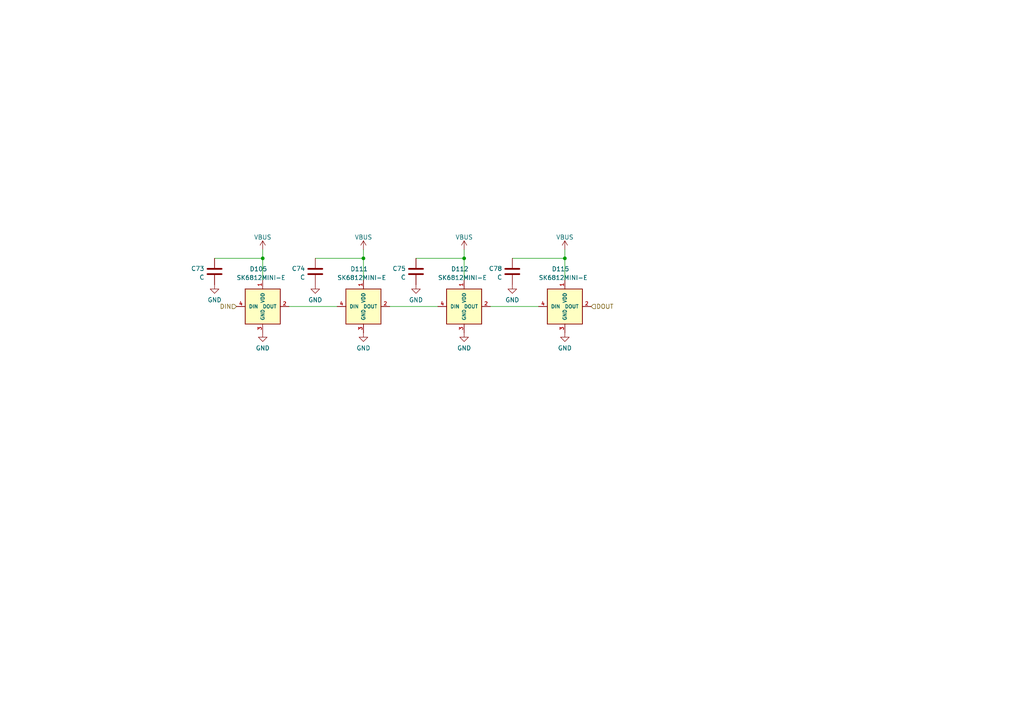
<source format=kicad_sch>
(kicad_sch (version 20230121) (generator eeschema)
  (paper "A4")
  (title_block (title "simplyKeeb-S60") (date "2022-12-18") (rev "2.0") (comment 1 "Designed by Gerrit 'Geaz' Gazic"))
  (lib_symbols
    (symbol "Device:C" (pin_numbers hide) (pin_names (offset 0.254))
      (property "Reference" "C" (at 0.635 2.54 0))
      (property "Value" "C" (at 0.635 -2.54 0))
      (symbol "C_0_1"
        (polyline (pts (xy -2.032 -0.762) (xy 2.032 -0.762)) (stroke (width 0.508)))
        (polyline (pts (xy -2.032 0.762) (xy 2.032 0.762)) (stroke (width 0.508)))
      )
      (symbol "C_1_1"
        (pin passive line (at 0 3.81 270) (length 2.794) (name "~") (number "1"))
        (pin passive line (at 0 -3.81 90) (length 2.794) (name "~") (number "2"))
      )
    )
    (symbol "power:GND" (power) (pin_names (offset 0))
      (property "Value" "GND" (at 0 -3.81 0))
      (symbol "GND_0_1"
        (polyline (pts (xy 0 0) (xy 0 -1.27) (xy 1.27 -1.27) (xy 0 -2.54) (xy -1.27 -1.27) (xy 0 -1.27)))
      )
      (symbol "GND_1_1"
        (pin power_in line (at 0 0 270) (length 0) hide (name "GND") (number "1"))
      )
    )
    (symbol "power:VBUS" (power) (pin_names (offset 0))
      (property "Value" "VBUS" (at 0 3.81 0))
      (symbol "VBUS_0_1"
        (polyline (pts (xy -0.762 1.27) (xy 0 2.54)))
        (polyline (pts (xy 0 0) (xy 0 2.54)))
        (polyline (pts (xy 0 2.54) (xy 0.762 1.27)))
      )
      (symbol "VBUS_1_1"
        (pin power_in line (at 0 0 90) (length 0) hide (name "VBUS") (number "1"))
      )
    )
    (symbol "simplyKeeb:SK6812MINI-E" (pin_names (offset 1.016))
      (property "Reference" "D" (at -3.81 8.89 0))
      (property "Value" "SK6812MINI-E" (at -7.62 6.35 0))
      (symbol "SK6812MINI-E_0_0"
        (rectangle (start -5.08 3.81) (end 5.08 -6.35) (stroke (width 0.254)) (fill (type background)))
        (pin power_in line (at 0 6.35 270) (length 2.54) (name "VDD") (number "1"))
        (pin output line (at 7.62 -1.27 180) (length 2.54) (name "DOUT") (number "2"))
        (pin power_in line (at 0 -8.89 90) (length 2.54) (name "GND") (number "3"))
        (pin input line (at -7.62 -1.27 0) (length 2.54) (name "DIN") (number "4"))
      )
    )
  )
  (junction (at 134.62 74.93))
  (junction (at 163.83 74.93))
  (junction (at 76.2 74.93))
  (junction (at 105.41 74.93))
  (wire (pts (xy 76.2 74.93) (xy 76.2 81.28)))
  (wire (pts (xy 163.83 72.39) (xy 163.83 74.93)))
  (wire (pts (xy 76.2 72.39) (xy 76.2 74.93)))
  (wire (pts (xy 105.41 72.39) (xy 105.41 74.93)))
  (wire (pts (xy 76.2 74.93) (xy 62.23 74.93)))
  (wire (pts (xy 105.41 74.93) (xy 91.44 74.93)))
  (wire (pts (xy 134.62 74.93) (xy 134.62 81.28)))
  (wire (pts (xy 163.83 74.93) (xy 148.59 74.93)))
  (wire (pts (xy 142.24 88.9) (xy 156.21 88.9)))
  (wire (pts (xy 134.62 74.93) (xy 120.65 74.93)))
  (wire (pts (xy 163.83 74.93) (xy 163.83 81.28)))
  (wire (pts (xy 105.41 74.93) (xy 105.41 81.28)))
  (wire (pts (xy 83.82 88.9) (xy 97.79 88.9)))
  (wire (pts (xy 113.03 88.9) (xy 127 88.9)))
  (wire (pts (xy 134.62 72.39) (xy 134.62 74.93)))
  (hierarchical_label "DOUT" (shape input) (at 171.45 88.9 0))
  (hierarchical_label "DIN" (shape input) (at 68.58 88.9 180))
  (symbol (lib_id "power:GND") (at 148.59 82.55 0) (unit 1)
    (property "Reference" "#PWR0208" (effects hide))
    (property "Value" "GND" (at 148.59 86.9934 0))
    (instances (project "simplyKeeb-60K" (path "" (reference "#PWR0208") (unit 1)) (path "" (reference "#PWR0226") (unit 1)) (path "" (reference "#PWR0244") (unit 1)) (path "" (reference "#PWR0262") (unit 1)) (path "" (reference "#PWR0280") (unit 1)) (path "" (reference "#PWR042") (unit 1)) (path "" (reference "#PWR060") (unit 1)) (path "" (reference "#PWR078") (unit 1)) (path "" (reference "#PWR096") (unit 1)) (path "" (reference "#PWR0118") (unit 1)) (path "" (reference "#PWR0131") (unit 1)) (path "" (reference "#PWR0143") (unit 1)) (path "" (reference "#PWR0155") (unit 1)) (path "" (reference "#PWR0167") (unit 1)) (path "" (reference "#PWR0269") (unit 1)) (path "" (reference "#PWR0281") (unit 1)) (path "" (reference "#PWR0293") (unit 1)) (path "" (reference "#PWR0305") (unit 1))))
  )
  (symbol (lib_id "simplyKeeb:SK6812MINI-E") (at 105.41 87.63 0) (unit 1)
    (property "Reference" "D111" (at 101.6 78.74 0) (effects (justify left bottom)))
    (property "Value" "SK6812MINI-E" (at 97.79 81.28 0) (effects (justify left bottom)))
    (property "Footprint" "simplyKeeb:MX_SK6812MINI-E" (effects hide))
    (instances (project "simplyKeeb-60K" (path "" (reference "D111") (unit 1)) (path "" (reference "D122") (unit 1)) (path "" (reference "D128") (unit 1)) (path "" (reference "D134") (unit 1)) (path "" (reference "D140") (unit 1)) (path "" (reference "D2") (unit 1)) (path "" (reference "D13") (unit 1)) (path "" (reference "D24") (unit 1)) (path "" (reference "D35") (unit 1)) (path "" (reference "D51") (unit 1)) (path "" (reference "D92") (unit 1)) (path "" (reference "D96") (unit 1)) (path "" (reference "D100") (unit 1)) (path "" (reference "D104") (unit 1)) (path "" (reference "D138") (unit 1)) (path "" (reference "D142") (unit 1)) (path "" (reference "D146") (unit 1)) (path "" (reference "D150") (unit 1))))
  )
  (symbol (lib_id "power:VBUS") (at 105.41 72.39 0) (unit 1)
    (property "Reference" "#PWR0197" (effects hide))
    (property "Value" "VBUS" (at 105.41 68.8142 0))
    (instances (project "simplyKeeb-60K" (path "" (reference "#PWR0197") (unit 1)) (path "" (reference "#PWR0215") (unit 1)) (path "" (reference "#PWR0233") (unit 1)) (path "" (reference "#PWR0251") (unit 1)) (path "" (reference "#PWR0269") (unit 1)) (path "" (reference "#PWR031") (unit 1)) (path "" (reference "#PWR049") (unit 1)) (path "" (reference "#PWR067") (unit 1)) (path "" (reference "#PWR085") (unit 1)) (path "" (reference "#PWR0107") (unit 1)) (path "" (reference "#PWR0126") (unit 1)) (path "" (reference "#PWR0138") (unit 1)) (path "" (reference "#PWR0150") (unit 1)) (path "" (reference "#PWR0162") (unit 1)) (path "" (reference "#PWR0264") (unit 1)) (path "" (reference "#PWR0276") (unit 1)) (path "" (reference "#PWR0288") (unit 1)) (path "" (reference "#PWR0300") (unit 1))))
  )
  (symbol (lib_id "power:VBUS") (at 134.62 72.39 0) (unit 1)
    (property "Reference" "#PWR0200" (effects hide))
    (property "Value" "VBUS" (at 134.62 68.8142 0))
    (instances (project "simplyKeeb-60K" (path "" (reference "#PWR0200") (unit 1)) (path "" (reference "#PWR0218") (unit 1)) (path "" (reference "#PWR0236") (unit 1)) (path "" (reference "#PWR0254") (unit 1)) (path "" (reference "#PWR0272") (unit 1)) (path "" (reference "#PWR034") (unit 1)) (path "" (reference "#PWR052") (unit 1)) (path "" (reference "#PWR070") (unit 1)) (path "" (reference "#PWR088") (unit 1)) (path "" (reference "#PWR0110") (unit 1)) (path "" (reference "#PWR0129") (unit 1)) (path "" (reference "#PWR0141") (unit 1)) (path "" (reference "#PWR0153") (unit 1)) (path "" (reference "#PWR0165") (unit 1)) (path "" (reference "#PWR0267") (unit 1)) (path "" (reference "#PWR0279") (unit 1)) (path "" (reference "#PWR0291") (unit 1)) (path "" (reference "#PWR0303") (unit 1))))
  )
  (symbol (lib_id "Device:C") (at 120.65 78.74 0) (mirror y) (unit 1)
    (property "Reference" "C75" (at 117.729 77.9053 0) (effects (justify left)))
    (property "Value" "C" (at 117.729 80.4422 0) (effects (justify left)))
    (property "Footprint" "Capacitor_SMD:C_0402_1005Metric" (effects hide))
    (instances (project "simplyKeeb-60K" (path "" (reference "C75") (unit 1)) (path "" (reference "C81") (unit 1)) (path "" (reference "C87") (unit 1)) (path "" (reference "C93") (unit 1)) (path "" (reference "C99") (unit 1)) (path "" (reference "C21") (unit 1)) (path "" (reference "C27") (unit 1)) (path "" (reference "C33") (unit 1)) (path "" (reference "C39") (unit 1)) (path "" (reference "C45") (unit 1)) (path "" (reference "C51") (unit 1)) (path "" (reference "C55") (unit 1)) (path "" (reference "C59") (unit 1)) (path "" (reference "C63") (unit 1)) (path "" (reference "C97") (unit 1)) (path "" (reference "C101") (unit 1)) (path "" (reference "C105") (unit 1)) (path "" (reference "C109") (unit 1))))
  )
  (symbol (lib_id "power:GND") (at 91.44 82.55 0) (unit 1)
    (property "Reference" "#PWR0196" (effects hide))
    (property "Value" "GND" (at 91.44 86.9934 0))
    (instances (project "simplyKeeb-60K" (path "" (reference "#PWR0196") (unit 1)) (path "" (reference "#PWR0214") (unit 1)) (path "" (reference "#PWR0232") (unit 1)) (path "" (reference "#PWR0250") (unit 1)) (path "" (reference "#PWR0268") (unit 1)) (path "" (reference "#PWR030") (unit 1)) (path "" (reference "#PWR048") (unit 1)) (path "" (reference "#PWR066") (unit 1)) (path "" (reference "#PWR084") (unit 1)) (path "" (reference "#PWR0106") (unit 1)) (path "" (reference "#PWR0125") (unit 1)) (path "" (reference "#PWR0137") (unit 1)) (path "" (reference "#PWR0149") (unit 1)) (path "" (reference "#PWR0161") (unit 1)) (path "" (reference "#PWR0263") (unit 1)) (path "" (reference "#PWR0275") (unit 1)) (path "" (reference "#PWR0287") (unit 1)) (path "" (reference "#PWR0299") (unit 1))))
  )
  (symbol (lib_id "simplyKeeb:SK6812MINI-E") (at 134.62 87.63 0) (unit 1)
    (property "Reference" "D112" (at 130.81 78.74 0) (effects (justify left bottom)))
    (property "Value" "SK6812MINI-E" (at 127 81.28 0) (effects (justify left bottom)))
    (property "Footprint" "simplyKeeb:MX_SK6812MINI-E" (effects hide))
    (instances (project "simplyKeeb-60K" (path "" (reference "D112") (unit 1)) (path "" (reference "D123") (unit 1)) (path "" (reference "D129") (unit 1)) (path "" (reference "D135") (unit 1)) (path "" (reference "D141") (unit 1)) (path "" (reference "D3") (unit 1)) (path "" (reference "D14") (unit 1)) (path "" (reference "D25") (unit 1)) (path "" (reference "D41") (unit 1)) (path "" (reference "D52") (unit 1)) (path "" (reference "D93") (unit 1)) (path "" (reference "D97") (unit 1)) (path "" (reference "D101") (unit 1)) (path "" (reference "D105") (unit 1)) (path "" (reference "D139") (unit 1)) (path "" (reference "D143") (unit 1)) (path "" (reference "D147") (unit 1)) (path "" (reference "D151") (unit 1))))
  )
  (symbol (lib_id "power:VBUS") (at 163.83 72.39 0) (unit 1)
    (property "Reference" "#PWR0209" (effects hide))
    (property "Value" "VBUS" (at 163.83 68.8142 0))
    (instances (project "simplyKeeb-60K" (path "" (reference "#PWR0209") (unit 1)) (path "" (reference "#PWR0227") (unit 1)) (path "" (reference "#PWR0245") (unit 1)) (path "" (reference "#PWR0263") (unit 1)) (path "" (reference "#PWR0281") (unit 1)) (path "" (reference "#PWR043") (unit 1)) (path "" (reference "#PWR061") (unit 1)) (path "" (reference "#PWR079") (unit 1)) (path "" (reference "#PWR097") (unit 1)) (path "" (reference "#PWR0119") (unit 1)) (path "" (reference "#PWR0132") (unit 1)) (path "" (reference "#PWR0144") (unit 1)) (path "" (reference "#PWR0156") (unit 1)) (path "" (reference "#PWR0168") (unit 1)) (path "" (reference "#PWR0270") (unit 1)) (path "" (reference "#PWR0282") (unit 1)) (path "" (reference "#PWR0294") (unit 1)) (path "" (reference "#PWR0306") (unit 1))))
  )
  (symbol (lib_id "simplyKeeb:SK6812MINI-E") (at 163.83 87.63 0) (unit 1)
    (property "Reference" "D115" (at 160.02 78.74 0) (effects (justify left bottom)))
    (property "Value" "SK6812MINI-E" (at 156.21 81.28 0) (effects (justify left bottom)))
    (property "Footprint" "simplyKeeb:MX_SK6812MINI-E" (effects hide))
    (instances (project "simplyKeeb-60K" (path "" (reference "D115") (unit 1)) (path "" (reference "D126") (unit 1)) (path "" (reference "D132") (unit 1)) (path "" (reference "D138") (unit 1)) (path "" (reference "D144") (unit 1)) (path "" (reference "D11") (unit 1)) (path "" (reference "D22") (unit 1)) (path "" (reference "D33") (unit 1)) (path "" (reference "D44") (unit 1)) (path "" (reference "D55") (unit 1)) (path "" (reference "D94") (unit 1)) (path "" (reference "D98") (unit 1)) (path "" (reference "D102") (unit 1)) (path "" (reference "D106") (unit 1)) (path "" (reference "D140") (unit 1)) (path "" (reference "D144") (unit 1)) (path "" (reference "D148") (unit 1)) (path "" (reference "D152") (unit 1))))
  )
  (symbol (lib_id "power:GND") (at 134.62 96.52 0) (unit 1)
    (property "Reference" "#PWR0201" (effects hide))
    (property "Value" "GND" (at 134.62 100.9634 0))
    (instances (project "simplyKeeb-60K" (path "" (reference "#PWR0201") (unit 1)) (path "" (reference "#PWR0219") (unit 1)) (path "" (reference "#PWR0237") (unit 1)) (path "" (reference "#PWR0255") (unit 1)) (path "" (reference "#PWR0273") (unit 1)) (path "" (reference "#PWR035") (unit 1)) (path "" (reference "#PWR053") (unit 1)) (path "" (reference "#PWR071") (unit 1)) (path "" (reference "#PWR089") (unit 1)) (path "" (reference "#PWR0111") (unit 1)) (path "" (reference "#PWR0130") (unit 1)) (path "" (reference "#PWR0142") (unit 1)) (path "" (reference "#PWR0154") (unit 1)) (path "" (reference "#PWR0166") (unit 1)) (path "" (reference "#PWR0268") (unit 1)) (path "" (reference "#PWR0280") (unit 1)) (path "" (reference "#PWR0292") (unit 1)) (path "" (reference "#PWR0304") (unit 1))))
  )
  (symbol (lib_id "Device:C") (at 62.23 78.74 0) (mirror y) (unit 1)
    (property "Reference" "C73" (at 59.309 77.9053 0) (effects (justify left)))
    (property "Value" "C" (at 59.309 80.4422 0) (effects (justify left)))
    (property "Footprint" "Capacitor_SMD:C_0402_1005Metric" (effects hide))
    (instances (project "simplyKeeb-60K" (path "" (reference "C73") (unit 1)) (path "" (reference "C79") (unit 1)) (path "" (reference "C85") (unit 1)) (path "" (reference "C91") (unit 1)) (path "" (reference "C97") (unit 1)) (path "" (reference "C19") (unit 1)) (path "" (reference "C25") (unit 1)) (path "" (reference "C31") (unit 1)) (path "" (reference "C37") (unit 1)) (path "" (reference "C43") (unit 1)) (path "" (reference "C49") (unit 1)) (path "" (reference "C53") (unit 1)) (path "" (reference "C57") (unit 1)) (path "" (reference "C61") (unit 1)) (path "" (reference "C95") (unit 1)) (path "" (reference "C99") (unit 1)) (path "" (reference "C103") (unit 1)) (path "" (reference "C107") (unit 1))))
  )
  (symbol (lib_id "Device:C") (at 91.44 78.74 0) (mirror y) (unit 1)
    (property "Reference" "C74" (at 88.519 77.9053 0) (effects (justify left)))
    (property "Value" "C" (at 88.519 80.4422 0) (effects (justify left)))
    (property "Footprint" "Capacitor_SMD:C_0402_1005Metric" (effects hide))
    (instances (project "simplyKeeb-60K" (path "" (reference "C74") (unit 1)) (path "" (reference "C80") (unit 1)) (path "" (reference "C86") (unit 1)) (path "" (reference "C92") (unit 1)) (path "" (reference "C98") (unit 1)) (path "" (reference "C20") (unit 1)) (path "" (reference "C26") (unit 1)) (path "" (reference "C32") (unit 1)) (path "" (reference "C38") (unit 1)) (path "" (reference "C44") (unit 1)) (path "" (reference "C50") (unit 1)) (path "" (reference "C54") (unit 1)) (path "" (reference "C58") (unit 1)) (path "" (reference "C62") (unit 1)) (path "" (reference "C96") (unit 1)) (path "" (reference "C100") (unit 1)) (path "" (reference "C104") (unit 1)) (path "" (reference "C108") (unit 1))))
  )
  (symbol (lib_id "power:GND") (at 76.2 96.52 0) (unit 1)
    (property "Reference" "#PWR0195" (effects hide))
    (property "Value" "GND" (at 76.2 100.9634 0))
    (instances (project "simplyKeeb-60K" (path "" (reference "#PWR0195") (unit 1)) (path "" (reference "#PWR0213") (unit 1)) (path "" (reference "#PWR0231") (unit 1)) (path "" (reference "#PWR0249") (unit 1)) (path "" (reference "#PWR0267") (unit 1)) (path "" (reference "#PWR029") (unit 1)) (path "" (reference "#PWR047") (unit 1)) (path "" (reference "#PWR065") (unit 1)) (path "" (reference "#PWR083") (unit 1)) (path "" (reference "#PWR0105") (unit 1)) (path "" (reference "#PWR0124") (unit 1)) (path "" (reference "#PWR0136") (unit 1)) (path "" (reference "#PWR0148") (unit 1)) (path "" (reference "#PWR0160") (unit 1)) (path "" (reference "#PWR0262") (unit 1)) (path "" (reference "#PWR0274") (unit 1)) (path "" (reference "#PWR0286") (unit 1)) (path "" (reference "#PWR0298") (unit 1))))
  )
  (symbol (lib_id "Device:C") (at 148.59 78.74 0) (mirror y) (unit 1)
    (property "Reference" "C78" (at 145.669 77.9053 0) (effects (justify left)))
    (property "Value" "C" (at 145.669 80.4422 0) (effects (justify left)))
    (property "Footprint" "Capacitor_SMD:C_0402_1005Metric" (effects hide))
    (instances (project "simplyKeeb-60K" (path "" (reference "C78") (unit 1)) (path "" (reference "C84") (unit 1)) (path "" (reference "C90") (unit 1)) (path "" (reference "C96") (unit 1)) (path "" (reference "C102") (unit 1)) (path "" (reference "C24") (unit 1)) (path "" (reference "C30") (unit 1)) (path "" (reference "C36") (unit 1)) (path "" (reference "C42") (unit 1)) (path "" (reference "C48") (unit 1)) (path "" (reference "C52") (unit 1)) (path "" (reference "C56") (unit 1)) (path "" (reference "C60") (unit 1)) (path "" (reference "C64") (unit 1)) (path "" (reference "C98") (unit 1)) (path "" (reference "C102") (unit 1)) (path "" (reference "C106") (unit 1)) (path "" (reference "C110") (unit 1))))
  )
  (symbol (lib_id "simplyKeeb:SK6812MINI-E") (at 76.2 87.63 0) (unit 1)
    (property "Reference" "D105" (at 72.39 78.74 0) (effects (justify left bottom)))
    (property "Value" "SK6812MINI-E" (at 68.58 81.28 0) (effects (justify left bottom)))
    (property "Footprint" "simplyKeeb:MX_SK6812MINI-E" (effects hide))
    (instances (project "simplyKeeb-60K" (path "" (reference "D105") (unit 1)) (path "" (reference "D121") (unit 1)) (path "" (reference "D127") (unit 1)) (path "" (reference "D133") (unit 1)) (path "" (reference "D139") (unit 1)) (path "" (reference "D1") (unit 1)) (path "" (reference "D12") (unit 1)) (path "" (reference "D23") (unit 1)) (path "" (reference "D34") (unit 1)) (path "" (reference "D45") (unit 1)) (path "" (reference "D91") (unit 1)) (path "" (reference "D95") (unit 1)) (path "" (reference "D99") (unit 1)) (path "" (reference "D103") (unit 1)) (path "" (reference "D137") (unit 1)) (path "" (reference "D141") (unit 1)) (path "" (reference "D145") (unit 1)) (path "" (reference "D149") (unit 1))))
  )
  (symbol (lib_id "power:GND") (at 105.41 96.52 0) (unit 1)
    (property "Reference" "#PWR0198" (effects hide))
    (property "Value" "GND" (at 105.41 100.9634 0))
    (instances (project "simplyKeeb-60K" (path "" (reference "#PWR0198") (unit 1)) (path "" (reference "#PWR0216") (unit 1)) (path "" (reference "#PWR0234") (unit 1)) (path "" (reference "#PWR0252") (unit 1)) (path "" (reference "#PWR0270") (unit 1)) (path "" (reference "#PWR032") (unit 1)) (path "" (reference "#PWR050") (unit 1)) (path "" (reference "#PWR068") (unit 1)) (path "" (reference "#PWR086") (unit 1)) (path "" (reference "#PWR0108") (unit 1)) (path "" (reference "#PWR0127") (unit 1)) (path "" (reference "#PWR0139") (unit 1)) (path "" (reference "#PWR0151") (unit 1)) (path "" (reference "#PWR0163") (unit 1)) (path "" (reference "#PWR0265") (unit 1)) (path "" (reference "#PWR0277") (unit 1)) (path "" (reference "#PWR0289") (unit 1)) (path "" (reference "#PWR0301") (unit 1))))
  )
  (symbol (lib_id "power:GND") (at 62.23 82.55 0) (unit 1)
    (property "Reference" "#PWR0193" (effects hide))
    (property "Value" "GND" (at 62.23 86.9934 0))
    (instances (project "simplyKeeb-60K" (path "" (reference "#PWR0193") (unit 1)) (path "" (reference "#PWR0211") (unit 1)) (path "" (reference "#PWR0229") (unit 1)) (path "" (reference "#PWR0247") (unit 1)) (path "" (reference "#PWR0265") (unit 1)) (path "" (reference "#PWR014") (unit 1)) (path "" (reference "#PWR045") (unit 1)) (path "" (reference "#PWR063") (unit 1)) (path "" (reference "#PWR081") (unit 1)) (path "" (reference "#PWR099") (unit 1)) (path "" (reference "#PWR0122") (unit 1)) (path "" (reference "#PWR0134") (unit 1)) (path "" (reference "#PWR0146") (unit 1)) (path "" (reference "#PWR0158") (unit 1)) (path "" (reference "#PWR0260") (unit 1)) (path "" (reference "#PWR0272") (unit 1)) (path "" (reference "#PWR0284") (unit 1)) (path "" (reference "#PWR0296") (unit 1))))
  )
  (symbol (lib_id "power:GND") (at 163.83 96.52 0) (unit 1)
    (property "Reference" "#PWR0210" (effects hide))
    (property "Value" "GND" (at 163.83 100.9634 0))
    (instances (project "simplyKeeb-60K" (path "" (reference "#PWR0210") (unit 1)) (path "" (reference "#PWR0228") (unit 1)) (path "" (reference "#PWR0246") (unit 1)) (path "" (reference "#PWR0264") (unit 1)) (path "" (reference "#PWR0282") (unit 1)) (path "" (reference "#PWR044") (unit 1)) (path "" (reference "#PWR062") (unit 1)) (path "" (reference "#PWR080") (unit 1)) (path "" (reference "#PWR098") (unit 1)) (path "" (reference "#PWR0120") (unit 1)) (path "" (reference "#PWR0133") (unit 1)) (path "" (reference "#PWR0145") (unit 1)) (path "" (reference "#PWR0157") (unit 1)) (path "" (reference "#PWR0169") (unit 1)) (path "" (reference "#PWR0271") (unit 1)) (path "" (reference "#PWR0283") (unit 1)) (path "" (reference "#PWR0295") (unit 1)) (path "" (reference "#PWR0307") (unit 1))))
  )
  (symbol (lib_id "power:GND") (at 120.65 82.55 0) (unit 1)
    (property "Reference" "#PWR0199" (effects hide))
    (property "Value" "GND" (at 120.65 86.9934 0))
    (instances (project "simplyKeeb-60K" (path "" (reference "#PWR0199") (unit 1)) (path "" (reference "#PWR0217") (unit 1)) (path "" (reference "#PWR0235") (unit 1)) (path "" (reference "#PWR0253") (unit 1)) (path "" (reference "#PWR0271") (unit 1)) (path "" (reference "#PWR033") (unit 1)) (path "" (reference "#PWR051") (unit 1)) (path "" (reference "#PWR069") (unit 1)) (path "" (reference "#PWR087") (unit 1)) (path "" (reference "#PWR0109") (unit 1)) (path "" (reference "#PWR0128") (unit 1)) (path "" (reference "#PWR0140") (unit 1)) (path "" (reference "#PWR0152") (unit 1)) (path "" (reference "#PWR0164") (unit 1)) (path "" (reference "#PWR0266") (unit 1)) (path "" (reference "#PWR0278") (unit 1)) (path "" (reference "#PWR0290") (unit 1)) (path "" (reference "#PWR0302") (unit 1))))
  )
  (symbol (lib_id "power:VBUS") (at 76.2 72.39 0) (unit 1)
    (property "Reference" "#PWR0194" (effects hide))
    (property "Value" "VBUS" (at 76.2 68.8142 0))
    (instances (project "simplyKeeb-60K" (path "" (reference "#PWR0194") (unit 1)) (path "" (reference "#PWR0212") (unit 1)) (path "" (reference "#PWR0230") (unit 1)) (path "" (reference "#PWR0248") (unit 1)) (path "" (reference "#PWR0266") (unit 1)) (path "" (reference "#PWR028") (unit 1)) (path "" (reference "#PWR046") (unit 1)) (path "" (reference "#PWR064") (unit 1)) (path "" (reference "#PWR082") (unit 1)) (path "" (reference "#PWR0100") (unit 1)) (path "" (reference "#PWR0123") (unit 1)) (path "" (reference "#PWR0135") (unit 1)) (path "" (reference "#PWR0147") (unit 1)) (path "" (reference "#PWR0159") (unit 1)) (path "" (reference "#PWR0261") (unit 1)) (path "" (reference "#PWR0273") (unit 1)) (path "" (reference "#PWR0285") (unit 1)) (path "" (reference "#PWR0297") (unit 1))))
  )
)
</source>
